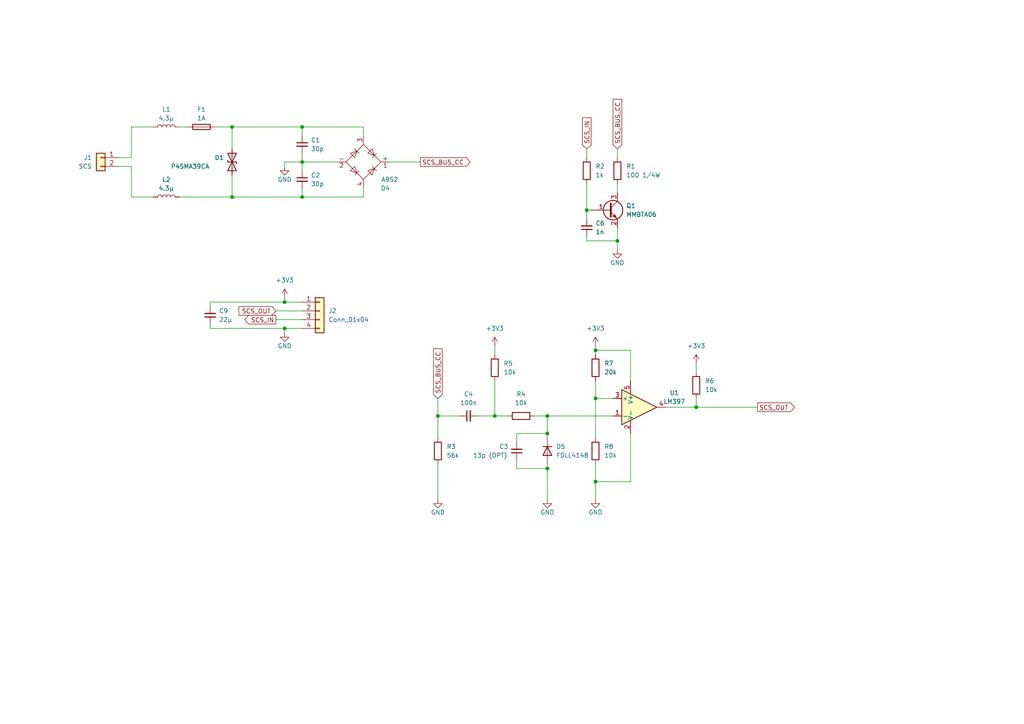
<source format=kicad_sch>
(kicad_sch (version 20230121) (generator eeschema)

  (uuid cdd65be1-84fc-4ecc-b33a-042f5b035d81)

  (paper "A4")

  (lib_symbols
    (symbol "Comparator:LM397" (pin_names (offset 0.127)) (in_bom yes) (on_board yes)
      (property "Reference" "U" (at 1.27 5.08 0)
        (effects (font (size 1.27 1.27)))
      )
      (property "Value" "LM397" (at 3.81 -5.08 0)
        (effects (font (size 1.27 1.27)))
      )
      (property "Footprint" "Package_TO_SOT_SMD:SOT-23-5" (at 1.27 -15.24 0)
        (effects (font (size 1.27 1.27)) hide)
      )
      (property "Datasheet" "http://www.ti.com/lit/ds/symlink/lm397.pdf" (at 0 5.08 0)
        (effects (font (size 1.27 1.27)) hide)
      )
      (property "ki_keywords" "single comparator" (at 0 0 0)
        (effects (font (size 1.27 1.27)) hide)
      )
      (property "ki_description" "Single General-Purpose Voltage Comparator with Open-Collector Output, SOT-23-5" (at 0 0 0)
        (effects (font (size 1.27 1.27)) hide)
      )
      (property "ki_fp_filters" "SOT?23*" (at 0 0 0)
        (effects (font (size 1.27 1.27)) hide)
      )
      (symbol "LM397_0_1"
        (polyline
          (pts
            (xy -5.08 5.08)
            (xy 5.08 0)
            (xy -5.08 -5.08)
            (xy -5.08 5.08)
          )
          (stroke (width 0.254) (type default))
          (fill (type background))
        )
      )
      (symbol "LM397_1_1"
        (pin input line (at -7.62 -2.54 0) (length 2.54)
          (name "-" (effects (font (size 1.27 1.27))))
          (number "1" (effects (font (size 1.27 1.27))))
        )
        (pin power_in line (at -2.54 -7.62 90) (length 3.81)
          (name "V-" (effects (font (size 1.27 1.27))))
          (number "2" (effects (font (size 1.27 1.27))))
        )
        (pin input line (at -7.62 2.54 0) (length 2.54)
          (name "+" (effects (font (size 1.27 1.27))))
          (number "3" (effects (font (size 1.27 1.27))))
        )
        (pin open_collector line (at 7.62 0 180) (length 2.54)
          (name "~" (effects (font (size 1.27 1.27))))
          (number "4" (effects (font (size 1.27 1.27))))
        )
        (pin power_in line (at -2.54 7.62 270) (length 3.81)
          (name "V+" (effects (font (size 1.27 1.27))))
          (number "5" (effects (font (size 1.27 1.27))))
        )
      )
    )
    (symbol "Connector_Generic:Conn_01x02" (pin_names (offset 1.016) hide) (in_bom yes) (on_board yes)
      (property "Reference" "J" (at 0 2.54 0)
        (effects (font (size 1.27 1.27)))
      )
      (property "Value" "Conn_01x02" (at 0 -5.08 0)
        (effects (font (size 1.27 1.27)))
      )
      (property "Footprint" "" (at 0 0 0)
        (effects (font (size 1.27 1.27)) hide)
      )
      (property "Datasheet" "~" (at 0 0 0)
        (effects (font (size 1.27 1.27)) hide)
      )
      (property "ki_keywords" "connector" (at 0 0 0)
        (effects (font (size 1.27 1.27)) hide)
      )
      (property "ki_description" "Generic connector, single row, 01x02, script generated (kicad-library-utils/schlib/autogen/connector/)" (at 0 0 0)
        (effects (font (size 1.27 1.27)) hide)
      )
      (property "ki_fp_filters" "Connector*:*_1x??_*" (at 0 0 0)
        (effects (font (size 1.27 1.27)) hide)
      )
      (symbol "Conn_01x02_1_1"
        (rectangle (start -1.27 -2.413) (end 0 -2.667)
          (stroke (width 0.1524) (type default))
          (fill (type none))
        )
        (rectangle (start -1.27 0.127) (end 0 -0.127)
          (stroke (width 0.1524) (type default))
          (fill (type none))
        )
        (rectangle (start -1.27 1.27) (end 1.27 -3.81)
          (stroke (width 0.254) (type default))
          (fill (type background))
        )
        (pin passive line (at -5.08 0 0) (length 3.81)
          (name "Pin_1" (effects (font (size 1.27 1.27))))
          (number "1" (effects (font (size 1.27 1.27))))
        )
        (pin passive line (at -5.08 -2.54 0) (length 3.81)
          (name "Pin_2" (effects (font (size 1.27 1.27))))
          (number "2" (effects (font (size 1.27 1.27))))
        )
      )
    )
    (symbol "Connector_Generic:Conn_01x04" (pin_names (offset 1.016) hide) (in_bom yes) (on_board yes)
      (property "Reference" "J" (at 0 5.08 0)
        (effects (font (size 1.27 1.27)))
      )
      (property "Value" "Conn_01x04" (at 0 -7.62 0)
        (effects (font (size 1.27 1.27)))
      )
      (property "Footprint" "" (at 0 0 0)
        (effects (font (size 1.27 1.27)) hide)
      )
      (property "Datasheet" "~" (at 0 0 0)
        (effects (font (size 1.27 1.27)) hide)
      )
      (property "ki_keywords" "connector" (at 0 0 0)
        (effects (font (size 1.27 1.27)) hide)
      )
      (property "ki_description" "Generic connector, single row, 01x04, script generated (kicad-library-utils/schlib/autogen/connector/)" (at 0 0 0)
        (effects (font (size 1.27 1.27)) hide)
      )
      (property "ki_fp_filters" "Connector*:*_1x??_*" (at 0 0 0)
        (effects (font (size 1.27 1.27)) hide)
      )
      (symbol "Conn_01x04_1_1"
        (rectangle (start -1.27 -4.953) (end 0 -5.207)
          (stroke (width 0.1524) (type default))
          (fill (type none))
        )
        (rectangle (start -1.27 -2.413) (end 0 -2.667)
          (stroke (width 0.1524) (type default))
          (fill (type none))
        )
        (rectangle (start -1.27 0.127) (end 0 -0.127)
          (stroke (width 0.1524) (type default))
          (fill (type none))
        )
        (rectangle (start -1.27 2.667) (end 0 2.413)
          (stroke (width 0.1524) (type default))
          (fill (type none))
        )
        (rectangle (start -1.27 3.81) (end 1.27 -6.35)
          (stroke (width 0.254) (type default))
          (fill (type background))
        )
        (pin passive line (at -5.08 2.54 0) (length 3.81)
          (name "Pin_1" (effects (font (size 1.27 1.27))))
          (number "1" (effects (font (size 1.27 1.27))))
        )
        (pin passive line (at -5.08 0 0) (length 3.81)
          (name "Pin_2" (effects (font (size 1.27 1.27))))
          (number "2" (effects (font (size 1.27 1.27))))
        )
        (pin passive line (at -5.08 -2.54 0) (length 3.81)
          (name "Pin_3" (effects (font (size 1.27 1.27))))
          (number "3" (effects (font (size 1.27 1.27))))
        )
        (pin passive line (at -5.08 -5.08 0) (length 3.81)
          (name "Pin_4" (effects (font (size 1.27 1.27))))
          (number "4" (effects (font (size 1.27 1.27))))
        )
      )
    )
    (symbol "Device:C_Small" (pin_numbers hide) (pin_names (offset 0.254) hide) (in_bom yes) (on_board yes)
      (property "Reference" "C" (at 0.254 1.778 0)
        (effects (font (size 1.27 1.27)) (justify left))
      )
      (property "Value" "C_Small" (at 0.254 -2.032 0)
        (effects (font (size 1.27 1.27)) (justify left))
      )
      (property "Footprint" "" (at 0 0 0)
        (effects (font (size 1.27 1.27)) hide)
      )
      (property "Datasheet" "~" (at 0 0 0)
        (effects (font (size 1.27 1.27)) hide)
      )
      (property "ki_keywords" "capacitor cap" (at 0 0 0)
        (effects (font (size 1.27 1.27)) hide)
      )
      (property "ki_description" "Unpolarized capacitor, small symbol" (at 0 0 0)
        (effects (font (size 1.27 1.27)) hide)
      )
      (property "ki_fp_filters" "C_*" (at 0 0 0)
        (effects (font (size 1.27 1.27)) hide)
      )
      (symbol "C_Small_0_1"
        (polyline
          (pts
            (xy -1.524 -0.508)
            (xy 1.524 -0.508)
          )
          (stroke (width 0.3302) (type default))
          (fill (type none))
        )
        (polyline
          (pts
            (xy -1.524 0.508)
            (xy 1.524 0.508)
          )
          (stroke (width 0.3048) (type default))
          (fill (type none))
        )
      )
      (symbol "C_Small_1_1"
        (pin passive line (at 0 2.54 270) (length 2.032)
          (name "~" (effects (font (size 1.27 1.27))))
          (number "1" (effects (font (size 1.27 1.27))))
        )
        (pin passive line (at 0 -2.54 90) (length 2.032)
          (name "~" (effects (font (size 1.27 1.27))))
          (number "2" (effects (font (size 1.27 1.27))))
        )
      )
    )
    (symbol "Device:D_TVS" (pin_numbers hide) (pin_names (offset 1.016) hide) (in_bom yes) (on_board yes)
      (property "Reference" "D" (at 0 2.54 0)
        (effects (font (size 1.27 1.27)))
      )
      (property "Value" "D_TVS" (at 0 -2.54 0)
        (effects (font (size 1.27 1.27)))
      )
      (property "Footprint" "" (at 0 0 0)
        (effects (font (size 1.27 1.27)) hide)
      )
      (property "Datasheet" "~" (at 0 0 0)
        (effects (font (size 1.27 1.27)) hide)
      )
      (property "ki_keywords" "diode TVS thyrector" (at 0 0 0)
        (effects (font (size 1.27 1.27)) hide)
      )
      (property "ki_description" "Bidirectional transient-voltage-suppression diode" (at 0 0 0)
        (effects (font (size 1.27 1.27)) hide)
      )
      (property "ki_fp_filters" "TO-???* *_Diode_* *SingleDiode* D_*" (at 0 0 0)
        (effects (font (size 1.27 1.27)) hide)
      )
      (symbol "D_TVS_0_1"
        (polyline
          (pts
            (xy 1.27 0)
            (xy -1.27 0)
          )
          (stroke (width 0) (type default))
          (fill (type none))
        )
        (polyline
          (pts
            (xy 0.508 1.27)
            (xy 0 1.27)
            (xy 0 -1.27)
            (xy -0.508 -1.27)
          )
          (stroke (width 0.254) (type default))
          (fill (type none))
        )
        (polyline
          (pts
            (xy -2.54 1.27)
            (xy -2.54 -1.27)
            (xy 2.54 1.27)
            (xy 2.54 -1.27)
            (xy -2.54 1.27)
          )
          (stroke (width 0.254) (type default))
          (fill (type none))
        )
      )
      (symbol "D_TVS_1_1"
        (pin passive line (at -3.81 0 0) (length 2.54)
          (name "A1" (effects (font (size 1.27 1.27))))
          (number "1" (effects (font (size 1.27 1.27))))
        )
        (pin passive line (at 3.81 0 180) (length 2.54)
          (name "A2" (effects (font (size 1.27 1.27))))
          (number "2" (effects (font (size 1.27 1.27))))
        )
      )
    )
    (symbol "Device:Fuse" (pin_numbers hide) (pin_names (offset 0)) (in_bom yes) (on_board yes)
      (property "Reference" "F" (at 2.032 0 90)
        (effects (font (size 1.27 1.27)))
      )
      (property "Value" "Fuse" (at -1.905 0 90)
        (effects (font (size 1.27 1.27)))
      )
      (property "Footprint" "" (at -1.778 0 90)
        (effects (font (size 1.27 1.27)) hide)
      )
      (property "Datasheet" "~" (at 0 0 0)
        (effects (font (size 1.27 1.27)) hide)
      )
      (property "ki_keywords" "fuse" (at 0 0 0)
        (effects (font (size 1.27 1.27)) hide)
      )
      (property "ki_description" "Fuse" (at 0 0 0)
        (effects (font (size 1.27 1.27)) hide)
      )
      (property "ki_fp_filters" "*Fuse*" (at 0 0 0)
        (effects (font (size 1.27 1.27)) hide)
      )
      (symbol "Fuse_0_1"
        (rectangle (start -0.762 -2.54) (end 0.762 2.54)
          (stroke (width 0.254) (type default))
          (fill (type none))
        )
        (polyline
          (pts
            (xy 0 2.54)
            (xy 0 -2.54)
          )
          (stroke (width 0) (type default))
          (fill (type none))
        )
      )
      (symbol "Fuse_1_1"
        (pin passive line (at 0 3.81 270) (length 1.27)
          (name "~" (effects (font (size 1.27 1.27))))
          (number "1" (effects (font (size 1.27 1.27))))
        )
        (pin passive line (at 0 -3.81 90) (length 1.27)
          (name "~" (effects (font (size 1.27 1.27))))
          (number "2" (effects (font (size 1.27 1.27))))
        )
      )
    )
    (symbol "Device:L" (pin_numbers hide) (pin_names (offset 1.016) hide) (in_bom yes) (on_board yes)
      (property "Reference" "L" (at -1.27 0 90)
        (effects (font (size 1.27 1.27)))
      )
      (property "Value" "L" (at 1.905 0 90)
        (effects (font (size 1.27 1.27)))
      )
      (property "Footprint" "" (at 0 0 0)
        (effects (font (size 1.27 1.27)) hide)
      )
      (property "Datasheet" "~" (at 0 0 0)
        (effects (font (size 1.27 1.27)) hide)
      )
      (property "ki_keywords" "inductor choke coil reactor magnetic" (at 0 0 0)
        (effects (font (size 1.27 1.27)) hide)
      )
      (property "ki_description" "Inductor" (at 0 0 0)
        (effects (font (size 1.27 1.27)) hide)
      )
      (property "ki_fp_filters" "Choke_* *Coil* Inductor_* L_*" (at 0 0 0)
        (effects (font (size 1.27 1.27)) hide)
      )
      (symbol "L_0_1"
        (arc (start 0 -2.54) (mid 0.6323 -1.905) (end 0 -1.27)
          (stroke (width 0) (type default))
          (fill (type none))
        )
        (arc (start 0 -1.27) (mid 0.6323 -0.635) (end 0 0)
          (stroke (width 0) (type default))
          (fill (type none))
        )
        (arc (start 0 0) (mid 0.6323 0.635) (end 0 1.27)
          (stroke (width 0) (type default))
          (fill (type none))
        )
        (arc (start 0 1.27) (mid 0.6323 1.905) (end 0 2.54)
          (stroke (width 0) (type default))
          (fill (type none))
        )
      )
      (symbol "L_1_1"
        (pin passive line (at 0 3.81 270) (length 1.27)
          (name "1" (effects (font (size 1.27 1.27))))
          (number "1" (effects (font (size 1.27 1.27))))
        )
        (pin passive line (at 0 -3.81 90) (length 1.27)
          (name "2" (effects (font (size 1.27 1.27))))
          (number "2" (effects (font (size 1.27 1.27))))
        )
      )
    )
    (symbol "Device:R" (pin_numbers hide) (pin_names (offset 0)) (in_bom yes) (on_board yes)
      (property "Reference" "R" (at 2.032 0 90)
        (effects (font (size 1.27 1.27)))
      )
      (property "Value" "R" (at 0 0 90)
        (effects (font (size 1.27 1.27)))
      )
      (property "Footprint" "" (at -1.778 0 90)
        (effects (font (size 1.27 1.27)) hide)
      )
      (property "Datasheet" "~" (at 0 0 0)
        (effects (font (size 1.27 1.27)) hide)
      )
      (property "ki_keywords" "R res resistor" (at 0 0 0)
        (effects (font (size 1.27 1.27)) hide)
      )
      (property "ki_description" "Resistor" (at 0 0 0)
        (effects (font (size 1.27 1.27)) hide)
      )
      (property "ki_fp_filters" "R_*" (at 0 0 0)
        (effects (font (size 1.27 1.27)) hide)
      )
      (symbol "R_0_1"
        (rectangle (start -1.016 -2.54) (end 1.016 2.54)
          (stroke (width 0.254) (type default))
          (fill (type none))
        )
      )
      (symbol "R_1_1"
        (pin passive line (at 0 3.81 270) (length 1.27)
          (name "~" (effects (font (size 1.27 1.27))))
          (number "1" (effects (font (size 1.27 1.27))))
        )
        (pin passive line (at 0 -3.81 90) (length 1.27)
          (name "~" (effects (font (size 1.27 1.27))))
          (number "2" (effects (font (size 1.27 1.27))))
        )
      )
    )
    (symbol "Diode:1N4001" (pin_numbers hide) (pin_names hide) (in_bom yes) (on_board yes)
      (property "Reference" "D" (at 0 2.54 0)
        (effects (font (size 1.27 1.27)))
      )
      (property "Value" "1N4001" (at 0 -2.54 0)
        (effects (font (size 1.27 1.27)))
      )
      (property "Footprint" "Diode_THT:D_DO-41_SOD81_P10.16mm_Horizontal" (at 0 0 0)
        (effects (font (size 1.27 1.27)) hide)
      )
      (property "Datasheet" "http://www.vishay.com/docs/88503/1n4001.pdf" (at 0 0 0)
        (effects (font (size 1.27 1.27)) hide)
      )
      (property "Sim.Device" "D" (at 0 0 0)
        (effects (font (size 1.27 1.27)) hide)
      )
      (property "Sim.Pins" "1=K 2=A" (at 0 0 0)
        (effects (font (size 1.27 1.27)) hide)
      )
      (property "ki_keywords" "diode" (at 0 0 0)
        (effects (font (size 1.27 1.27)) hide)
      )
      (property "ki_description" "50V 1A General Purpose Rectifier Diode, DO-41" (at 0 0 0)
        (effects (font (size 1.27 1.27)) hide)
      )
      (property "ki_fp_filters" "D*DO?41*" (at 0 0 0)
        (effects (font (size 1.27 1.27)) hide)
      )
      (symbol "1N4001_0_1"
        (polyline
          (pts
            (xy -1.27 1.27)
            (xy -1.27 -1.27)
          )
          (stroke (width 0.254) (type default))
          (fill (type none))
        )
        (polyline
          (pts
            (xy 1.27 0)
            (xy -1.27 0)
          )
          (stroke (width 0) (type default))
          (fill (type none))
        )
        (polyline
          (pts
            (xy 1.27 1.27)
            (xy 1.27 -1.27)
            (xy -1.27 0)
            (xy 1.27 1.27)
          )
          (stroke (width 0.254) (type default))
          (fill (type none))
        )
      )
      (symbol "1N4001_1_1"
        (pin passive line (at -3.81 0 0) (length 2.54)
          (name "K" (effects (font (size 1.27 1.27))))
          (number "1" (effects (font (size 1.27 1.27))))
        )
        (pin passive line (at 3.81 0 180) (length 2.54)
          (name "A" (effects (font (size 1.27 1.27))))
          (number "2" (effects (font (size 1.27 1.27))))
        )
      )
    )
    (symbol "Diode_Bridge:ABS2" (pin_names (offset 0)) (in_bom yes) (on_board yes)
      (property "Reference" "D" (at 2.54 6.985 0)
        (effects (font (size 1.27 1.27)) (justify left))
      )
      (property "Value" "ABS2" (at 2.54 5.08 0)
        (effects (font (size 1.27 1.27)) (justify left))
      )
      (property "Footprint" "Diode_SMD:Diode_Bridge_Diotec_ABS" (at 3.81 3.175 0)
        (effects (font (size 1.27 1.27)) (justify left) hide)
      )
      (property "Datasheet" "https://diotec.com/tl_files/diotec/files/pdf/datasheets/abs2.pdf" (at 0 0 0)
        (effects (font (size 1.27 1.27)) hide)
      )
      (property "ki_keywords" "rectifier acdc" (at 0 0 0)
        (effects (font (size 1.27 1.27)) hide)
      )
      (property "ki_description" "Miniature Glass Passivated Single-Phase Surface Mount Bridge Rectifiers, 140V Vrms, 0.8A If, ABS SMD package" (at 0 0 0)
        (effects (font (size 1.27 1.27)) hide)
      )
      (property "ki_fp_filters" "Diode*Bridge*Diotec*ABS*" (at 0 0 0)
        (effects (font (size 1.27 1.27)) hide)
      )
      (symbol "ABS2_0_1"
        (polyline
          (pts
            (xy -2.54 3.81)
            (xy -1.27 2.54)
          )
          (stroke (width 0) (type default))
          (fill (type none))
        )
        (polyline
          (pts
            (xy -1.27 -2.54)
            (xy -2.54 -3.81)
          )
          (stroke (width 0) (type default))
          (fill (type none))
        )
        (polyline
          (pts
            (xy 2.54 -1.27)
            (xy 3.81 -2.54)
          )
          (stroke (width 0) (type default))
          (fill (type none))
        )
        (polyline
          (pts
            (xy 2.54 1.27)
            (xy 3.81 2.54)
          )
          (stroke (width 0) (type default))
          (fill (type none))
        )
        (polyline
          (pts
            (xy -3.81 2.54)
            (xy -2.54 1.27)
            (xy -1.905 3.175)
            (xy -3.81 2.54)
          )
          (stroke (width 0) (type default))
          (fill (type none))
        )
        (polyline
          (pts
            (xy -2.54 -1.27)
            (xy -3.81 -2.54)
            (xy -1.905 -3.175)
            (xy -2.54 -1.27)
          )
          (stroke (width 0) (type default))
          (fill (type none))
        )
        (polyline
          (pts
            (xy 1.27 2.54)
            (xy 2.54 3.81)
            (xy 3.175 1.905)
            (xy 1.27 2.54)
          )
          (stroke (width 0) (type default))
          (fill (type none))
        )
        (polyline
          (pts
            (xy 3.175 -1.905)
            (xy 1.27 -2.54)
            (xy 2.54 -3.81)
            (xy 3.175 -1.905)
          )
          (stroke (width 0) (type default))
          (fill (type none))
        )
        (polyline
          (pts
            (xy -5.08 0)
            (xy 0 -5.08)
            (xy 5.08 0)
            (xy 0 5.08)
            (xy -5.08 0)
          )
          (stroke (width 0) (type default))
          (fill (type none))
        )
      )
      (symbol "ABS2_1_1"
        (pin passive line (at 7.62 0 180) (length 2.54)
          (name "+" (effects (font (size 1.27 1.27))))
          (number "1" (effects (font (size 1.27 1.27))))
        )
        (pin passive line (at -7.62 0 0) (length 2.54)
          (name "-" (effects (font (size 1.27 1.27))))
          (number "2" (effects (font (size 1.27 1.27))))
        )
        (pin passive line (at 0 -7.62 90) (length 2.54)
          (name "~" (effects (font (size 1.27 1.27))))
          (number "3" (effects (font (size 1.27 1.27))))
        )
        (pin passive line (at 0 7.62 270) (length 2.54)
          (name "~" (effects (font (size 1.27 1.27))))
          (number "4" (effects (font (size 1.27 1.27))))
        )
      )
    )
    (symbol "Transistor_BJT:2SC4213" (pin_names (offset 0) hide) (in_bom yes) (on_board yes)
      (property "Reference" "Q" (at 5.08 1.905 0)
        (effects (font (size 1.27 1.27)) (justify left))
      )
      (property "Value" "2SC4213" (at 5.08 0 0)
        (effects (font (size 1.27 1.27)) (justify left))
      )
      (property "Footprint" "Package_TO_SOT_SMD:SOT-323_SC-70" (at 5.08 -1.905 0)
        (effects (font (size 1.27 1.27) italic) (justify left) hide)
      )
      (property "Datasheet" "https://toshiba.semicon-storage.com/info/docget.jsp?did=19305&prodName=2SC4213" (at 0 0 0)
        (effects (font (size 1.27 1.27)) (justify left) hide)
      )
      (property "ki_keywords" "NPN Transistor" (at 0 0 0)
        (effects (font (size 1.27 1.27)) hide)
      )
      (property "ki_description" "0.3A Ic, 20V Vce, NPN Transistor, For Muting and Switching, SOT-323" (at 0 0 0)
        (effects (font (size 1.27 1.27)) hide)
      )
      (property "ki_fp_filters" "SOT?323*" (at 0 0 0)
        (effects (font (size 1.27 1.27)) hide)
      )
      (symbol "2SC4213_0_1"
        (polyline
          (pts
            (xy 0.635 0.635)
            (xy 2.54 2.54)
          )
          (stroke (width 0) (type default))
          (fill (type none))
        )
        (polyline
          (pts
            (xy 0.635 -0.635)
            (xy 2.54 -2.54)
            (xy 2.54 -2.54)
          )
          (stroke (width 0) (type default))
          (fill (type none))
        )
        (polyline
          (pts
            (xy 0.635 1.905)
            (xy 0.635 -1.905)
            (xy 0.635 -1.905)
          )
          (stroke (width 0.508) (type default))
          (fill (type none))
        )
        (polyline
          (pts
            (xy 1.27 -1.778)
            (xy 1.778 -1.27)
            (xy 2.286 -2.286)
            (xy 1.27 -1.778)
            (xy 1.27 -1.778)
          )
          (stroke (width 0) (type default))
          (fill (type outline))
        )
        (circle (center 1.27 0) (radius 2.8194)
          (stroke (width 0.254) (type default))
          (fill (type none))
        )
      )
      (symbol "2SC4213_1_1"
        (pin input line (at -5.08 0 0) (length 5.715)
          (name "B" (effects (font (size 1.27 1.27))))
          (number "1" (effects (font (size 1.27 1.27))))
        )
        (pin passive line (at 2.54 -5.08 90) (length 2.54)
          (name "E" (effects (font (size 1.27 1.27))))
          (number "2" (effects (font (size 1.27 1.27))))
        )
        (pin passive line (at 2.54 5.08 270) (length 2.54)
          (name "C" (effects (font (size 1.27 1.27))))
          (number "3" (effects (font (size 1.27 1.27))))
        )
      )
    )
    (symbol "power:+3V3" (power) (pin_names (offset 0)) (in_bom yes) (on_board yes)
      (property "Reference" "#PWR" (at 0 -3.81 0)
        (effects (font (size 1.27 1.27)) hide)
      )
      (property "Value" "+3V3" (at 0 3.556 0)
        (effects (font (size 1.27 1.27)))
      )
      (property "Footprint" "" (at 0 0 0)
        (effects (font (size 1.27 1.27)) hide)
      )
      (property "Datasheet" "" (at 0 0 0)
        (effects (font (size 1.27 1.27)) hide)
      )
      (property "ki_keywords" "global power" (at 0 0 0)
        (effects (font (size 1.27 1.27)) hide)
      )
      (property "ki_description" "Power symbol creates a global label with name \"+3V3\"" (at 0 0 0)
        (effects (font (size 1.27 1.27)) hide)
      )
      (symbol "+3V3_0_1"
        (polyline
          (pts
            (xy -0.762 1.27)
            (xy 0 2.54)
          )
          (stroke (width 0) (type default))
          (fill (type none))
        )
        (polyline
          (pts
            (xy 0 0)
            (xy 0 2.54)
          )
          (stroke (width 0) (type default))
          (fill (type none))
        )
        (polyline
          (pts
            (xy 0 2.54)
            (xy 0.762 1.27)
          )
          (stroke (width 0) (type default))
          (fill (type none))
        )
      )
      (symbol "+3V3_1_1"
        (pin power_in line (at 0 0 90) (length 0) hide
          (name "+3V3" (effects (font (size 1.27 1.27))))
          (number "1" (effects (font (size 1.27 1.27))))
        )
      )
    )
    (symbol "power:GND" (power) (pin_names (offset 0)) (in_bom yes) (on_board yes)
      (property "Reference" "#PWR" (at 0 -6.35 0)
        (effects (font (size 1.27 1.27)) hide)
      )
      (property "Value" "GND" (at 0 -3.81 0)
        (effects (font (size 1.27 1.27)))
      )
      (property "Footprint" "" (at 0 0 0)
        (effects (font (size 1.27 1.27)) hide)
      )
      (property "Datasheet" "" (at 0 0 0)
        (effects (font (size 1.27 1.27)) hide)
      )
      (property "ki_keywords" "global power" (at 0 0 0)
        (effects (font (size 1.27 1.27)) hide)
      )
      (property "ki_description" "Power symbol creates a global label with name \"GND\" , ground" (at 0 0 0)
        (effects (font (size 1.27 1.27)) hide)
      )
      (symbol "GND_0_1"
        (polyline
          (pts
            (xy 0 0)
            (xy 0 -1.27)
            (xy 1.27 -1.27)
            (xy 0 -2.54)
            (xy -1.27 -1.27)
            (xy 0 -1.27)
          )
          (stroke (width 0) (type default))
          (fill (type none))
        )
      )
      (symbol "GND_1_1"
        (pin power_in line (at 0 0 270) (length 0) hide
          (name "GND" (effects (font (size 1.27 1.27))))
          (number "1" (effects (font (size 1.27 1.27))))
        )
      )
    )
  )

  (junction (at 158.75 125.73) (diameter 0) (color 0 0 0 0)
    (uuid 369875ab-e1c3-4bea-a051-cf514d399299)
  )
  (junction (at 87.63 57.15) (diameter 0) (color 0 0 0 0)
    (uuid 423f2f57-a755-4e7d-a657-985ae8785018)
  )
  (junction (at 170.18 60.96) (diameter 0) (color 0 0 0 0)
    (uuid 514793ec-83e4-4a6a-913e-7643b7cd5c11)
  )
  (junction (at 67.31 57.15) (diameter 0) (color 0 0 0 0)
    (uuid 61a50e1f-605a-47f1-886e-cd2a7a6a92b9)
  )
  (junction (at 87.63 46.99) (diameter 0) (color 0 0 0 0)
    (uuid 64ed4334-8c14-4faa-bc18-d20fd899020b)
  )
  (junction (at 179.07 69.85) (diameter 0) (color 0 0 0 0)
    (uuid 6d32752c-8eff-4b32-87f0-4f0f34798dbd)
  )
  (junction (at 172.72 139.7) (diameter 0) (color 0 0 0 0)
    (uuid 7cd935d0-7a85-4281-9858-e65a484e2948)
  )
  (junction (at 87.63 36.83) (diameter 0) (color 0 0 0 0)
    (uuid 85182452-6138-4d5c-88b2-110ea8a128ab)
  )
  (junction (at 82.55 87.63) (diameter 0) (color 0 0 0 0)
    (uuid 8635b8f9-b5af-4e36-832c-82d111d88d6a)
  )
  (junction (at 201.93 118.11) (diameter 0) (color 0 0 0 0)
    (uuid 877eeb00-2e84-41d6-9595-82d09b99e89c)
  )
  (junction (at 172.72 101.6) (diameter 0) (color 0 0 0 0)
    (uuid a1e56808-c966-45a8-8331-1ec49296a109)
  )
  (junction (at 127 120.65) (diameter 0) (color 0 0 0 0)
    (uuid a284e9ed-f906-4d07-a7e6-64b624c4eb38)
  )
  (junction (at 67.31 36.83) (diameter 0) (color 0 0 0 0)
    (uuid a74b91d2-75c1-48b9-bd7c-bc4c7a1b32aa)
  )
  (junction (at 158.75 120.65) (diameter 0) (color 0 0 0 0)
    (uuid ebebe409-05a2-4224-aa9a-f21984c9b569)
  )
  (junction (at 82.55 95.25) (diameter 0) (color 0 0 0 0)
    (uuid eed16da1-426a-43d0-a0d4-41ac1ccd04dd)
  )
  (junction (at 158.75 135.89) (diameter 0) (color 0 0 0 0)
    (uuid f4ec8a0f-bb17-4209-bd70-63d73ef33393)
  )
  (junction (at 172.72 115.57) (diameter 0) (color 0 0 0 0)
    (uuid fe177c91-8f42-44ab-8fac-8fb8988e22b0)
  )
  (junction (at 143.51 120.65) (diameter 0) (color 0 0 0 0)
    (uuid ffea1d79-2e73-45f6-83d8-06a126d89b24)
  )

  (wire (pts (xy 127 115.57) (xy 127 120.65))
    (stroke (width 0) (type default))
    (uuid 0ee814db-191b-4856-aa6b-5758dece8cf3)
  )
  (wire (pts (xy 201.93 118.11) (xy 219.71 118.11))
    (stroke (width 0) (type default))
    (uuid 0ef5459f-2a9d-4701-bb15-f7fc663742ac)
  )
  (wire (pts (xy 201.93 105.41) (xy 201.93 107.95))
    (stroke (width 0) (type default))
    (uuid 0fb851c1-ed4e-4c5b-b15b-6447af6ca57b)
  )
  (wire (pts (xy 62.23 36.83) (xy 67.31 36.83))
    (stroke (width 0) (type default))
    (uuid 0fdda02e-083e-4c9a-8c37-a617b29be3e2)
  )
  (wire (pts (xy 105.41 57.15) (xy 105.41 54.61))
    (stroke (width 0) (type default))
    (uuid 1037ea38-5dba-4b06-b107-8ed663c09965)
  )
  (wire (pts (xy 87.63 46.99) (xy 87.63 49.53))
    (stroke (width 0) (type default))
    (uuid 143db918-b3e4-480e-890d-6b4658e1c1e4)
  )
  (wire (pts (xy 201.93 115.57) (xy 201.93 118.11))
    (stroke (width 0) (type default))
    (uuid 19cc79d4-3221-443e-857c-d46fe27061f1)
  )
  (wire (pts (xy 149.86 125.73) (xy 158.75 125.73))
    (stroke (width 0) (type default))
    (uuid 1d5be8b2-cf77-4fa7-aa12-add5144c31d2)
  )
  (wire (pts (xy 67.31 50.8) (xy 67.31 57.15))
    (stroke (width 0) (type default))
    (uuid 1df57e4a-b63e-4997-a0a4-6d21affaeda3)
  )
  (wire (pts (xy 143.51 120.65) (xy 147.32 120.65))
    (stroke (width 0) (type default))
    (uuid 1f8164e2-5908-4346-9fee-60fb31b21ddc)
  )
  (wire (pts (xy 87.63 39.37) (xy 87.63 36.83))
    (stroke (width 0) (type default))
    (uuid 21083c86-7d6a-4e12-8964-dc84f4337cd2)
  )
  (wire (pts (xy 154.94 120.65) (xy 158.75 120.65))
    (stroke (width 0) (type default))
    (uuid 24318e2a-acef-4278-9a3d-03b002dfdff9)
  )
  (wire (pts (xy 82.55 46.99) (xy 82.55 48.26))
    (stroke (width 0) (type default))
    (uuid 26d34048-0a07-4c4a-bbd6-ff0b735130dc)
  )
  (wire (pts (xy 179.07 66.04) (xy 179.07 69.85))
    (stroke (width 0) (type default))
    (uuid 26f07a9f-c492-4dfe-a01b-7055c8784888)
  )
  (wire (pts (xy 87.63 36.83) (xy 67.31 36.83))
    (stroke (width 0) (type default))
    (uuid 278512e5-4004-4ba1-9bd7-fbcadf73e31b)
  )
  (wire (pts (xy 158.75 135.89) (xy 158.75 144.78))
    (stroke (width 0) (type default))
    (uuid 2e003304-7867-4470-aa62-4ec2c6bffeae)
  )
  (wire (pts (xy 172.72 100.33) (xy 172.72 101.6))
    (stroke (width 0) (type default))
    (uuid 2f956b4d-e082-4f14-bbca-c17d7d0f50c4)
  )
  (wire (pts (xy 38.1 48.26) (xy 38.1 57.15))
    (stroke (width 0) (type default))
    (uuid 308b9283-70a2-4763-8402-ef9d5299a8b7)
  )
  (wire (pts (xy 138.43 120.65) (xy 143.51 120.65))
    (stroke (width 0) (type default))
    (uuid 30c5b2d2-95da-42fc-9d5c-30ce28c788a1)
  )
  (wire (pts (xy 113.03 46.99) (xy 121.92 46.99))
    (stroke (width 0) (type default))
    (uuid 31710735-c0ee-4e77-a6a2-61e8c23ce19e)
  )
  (wire (pts (xy 60.96 93.98) (xy 60.96 95.25))
    (stroke (width 0) (type default))
    (uuid 35b36e6f-dda4-4b35-951e-48aa5bc47bbd)
  )
  (wire (pts (xy 67.31 36.83) (xy 67.31 43.18))
    (stroke (width 0) (type default))
    (uuid 3d43c002-5464-4c06-9293-caea1497e7ae)
  )
  (wire (pts (xy 82.55 46.99) (xy 87.63 46.99))
    (stroke (width 0) (type default))
    (uuid 49938843-26fa-43d5-9870-c237047c63ec)
  )
  (wire (pts (xy 60.96 88.9) (xy 60.96 87.63))
    (stroke (width 0) (type default))
    (uuid 4b1db5e7-7047-42ab-96c0-2822e6a988f9)
  )
  (wire (pts (xy 87.63 36.83) (xy 105.41 36.83))
    (stroke (width 0) (type default))
    (uuid 5368799a-c8f2-45c6-8845-dbddb6122bc3)
  )
  (wire (pts (xy 172.72 101.6) (xy 172.72 102.87))
    (stroke (width 0) (type default))
    (uuid 5d66f1b4-8fa0-4c20-b5f3-5e83bcf3682d)
  )
  (wire (pts (xy 87.63 57.15) (xy 105.41 57.15))
    (stroke (width 0) (type default))
    (uuid 61dd1f72-1001-4af7-a339-5395982b3e4d)
  )
  (wire (pts (xy 170.18 60.96) (xy 170.18 53.34))
    (stroke (width 0) (type default))
    (uuid 65b88db0-c8e6-45b4-8b9f-b81763bbd5bc)
  )
  (wire (pts (xy 158.75 134.62) (xy 158.75 135.89))
    (stroke (width 0) (type default))
    (uuid 722c09f8-8227-4512-a84d-474c1e45874c)
  )
  (wire (pts (xy 172.72 134.62) (xy 172.72 139.7))
    (stroke (width 0) (type default))
    (uuid 7374fdcd-fa12-487c-a11d-cfa9735cb32b)
  )
  (wire (pts (xy 34.29 45.72) (xy 38.1 45.72))
    (stroke (width 0) (type default))
    (uuid 78a2e6a4-3780-4ad3-a647-82e18027e491)
  )
  (wire (pts (xy 80.01 92.71) (xy 87.63 92.71))
    (stroke (width 0) (type default))
    (uuid 79781570-dd94-49a0-b929-a3549d37503d)
  )
  (wire (pts (xy 149.86 133.35) (xy 149.86 135.89))
    (stroke (width 0) (type default))
    (uuid 79b08c8c-9b7e-4995-8b6f-37e3ecba23a1)
  )
  (wire (pts (xy 170.18 69.85) (xy 179.07 69.85))
    (stroke (width 0) (type default))
    (uuid 7bf2a51c-f375-4248-805b-de5c4bcfd06a)
  )
  (wire (pts (xy 127 134.62) (xy 127 144.78))
    (stroke (width 0) (type default))
    (uuid 815ecc99-11cb-4b65-8f7f-a2509a185a58)
  )
  (wire (pts (xy 182.88 110.49) (xy 182.88 101.6))
    (stroke (width 0) (type default))
    (uuid 82246d47-1786-4f35-a999-af39aedbf416)
  )
  (wire (pts (xy 193.04 118.11) (xy 201.93 118.11))
    (stroke (width 0) (type default))
    (uuid 88c3c423-c5bb-41bd-8c56-d2f2ceb5eb36)
  )
  (wire (pts (xy 172.72 115.57) (xy 177.8 115.57))
    (stroke (width 0) (type default))
    (uuid 8ac3fe2b-5ad2-49a1-8127-406c6018b472)
  )
  (wire (pts (xy 182.88 125.73) (xy 182.88 139.7))
    (stroke (width 0) (type default))
    (uuid 8bf3daee-50f6-4104-8c65-25b8502865e2)
  )
  (wire (pts (xy 38.1 57.15) (xy 44.45 57.15))
    (stroke (width 0) (type default))
    (uuid 908de494-7b8d-4142-a933-e6d5834f82ad)
  )
  (wire (pts (xy 105.41 36.83) (xy 105.41 39.37))
    (stroke (width 0) (type default))
    (uuid 90bed735-6c8f-480e-9346-cc0a9ab507b2)
  )
  (wire (pts (xy 170.18 43.18) (xy 170.18 45.72))
    (stroke (width 0) (type default))
    (uuid 90c8d583-2455-4e22-b1a2-9522c3de5aed)
  )
  (wire (pts (xy 182.88 101.6) (xy 172.72 101.6))
    (stroke (width 0) (type default))
    (uuid 9d2991bf-be8a-4573-9bc0-1ec6199ca372)
  )
  (wire (pts (xy 82.55 86.36) (xy 82.55 87.63))
    (stroke (width 0) (type default))
    (uuid 9e0b468d-b92a-4c2c-92cb-5ae19520a36b)
  )
  (wire (pts (xy 127 120.65) (xy 127 127))
    (stroke (width 0) (type default))
    (uuid 9fd16c8b-a1a5-4aba-adbd-8da7fea834f3)
  )
  (wire (pts (xy 172.72 115.57) (xy 172.72 127))
    (stroke (width 0) (type default))
    (uuid a52b7936-e7a1-4352-8163-37808521c8da)
  )
  (wire (pts (xy 179.07 69.85) (xy 179.07 72.39))
    (stroke (width 0) (type default))
    (uuid a8600c0c-c58b-458c-8759-47d751d8a5da)
  )
  (wire (pts (xy 60.96 95.25) (xy 82.55 95.25))
    (stroke (width 0) (type default))
    (uuid a8b254d8-800b-49b9-bcf3-f9d8e8417fb6)
  )
  (wire (pts (xy 143.51 110.49) (xy 143.51 120.65))
    (stroke (width 0) (type default))
    (uuid aa67d21d-ace2-441a-9b36-4ecd190fd18b)
  )
  (wire (pts (xy 149.86 128.27) (xy 149.86 125.73))
    (stroke (width 0) (type default))
    (uuid ada85dcb-aca9-474d-9d03-7ade403f95e6)
  )
  (wire (pts (xy 127 120.65) (xy 133.35 120.65))
    (stroke (width 0) (type default))
    (uuid add5b02d-9492-4c5f-ad29-41c464901ee5)
  )
  (wire (pts (xy 172.72 110.49) (xy 172.72 115.57))
    (stroke (width 0) (type default))
    (uuid adf60c46-f6d2-426f-91ca-803e2a7d7c92)
  )
  (wire (pts (xy 82.55 95.25) (xy 87.63 95.25))
    (stroke (width 0) (type default))
    (uuid ae434ca6-cf94-4f2b-91f1-04e777034a8e)
  )
  (wire (pts (xy 179.07 43.18) (xy 179.07 45.72))
    (stroke (width 0) (type default))
    (uuid b04e12f9-c1aa-4372-9220-813bf0614d78)
  )
  (wire (pts (xy 38.1 45.72) (xy 38.1 36.83))
    (stroke (width 0) (type default))
    (uuid b697cf94-7d82-4bfc-9320-bc7c773bd862)
  )
  (wire (pts (xy 158.75 120.65) (xy 158.75 125.73))
    (stroke (width 0) (type default))
    (uuid b99d1b9a-12b5-4015-96a9-ae7e39d0d597)
  )
  (wire (pts (xy 179.07 53.34) (xy 179.07 55.88))
    (stroke (width 0) (type default))
    (uuid bbd39791-196d-4544-ae42-a924522c1d98)
  )
  (wire (pts (xy 171.45 60.96) (xy 170.18 60.96))
    (stroke (width 0) (type default))
    (uuid c1d9014c-e541-4fe0-be22-cdc6255d0711)
  )
  (wire (pts (xy 170.18 68.58) (xy 170.18 69.85))
    (stroke (width 0) (type default))
    (uuid c749ff90-1b6d-475b-aa30-2456b2433600)
  )
  (wire (pts (xy 60.96 87.63) (xy 82.55 87.63))
    (stroke (width 0) (type default))
    (uuid c75b05bb-718f-4fb2-a463-862065bb9dcd)
  )
  (wire (pts (xy 182.88 139.7) (xy 172.72 139.7))
    (stroke (width 0) (type default))
    (uuid c8f5f0a1-e16e-4dbd-91c3-705162b28f48)
  )
  (wire (pts (xy 143.51 100.33) (xy 143.51 102.87))
    (stroke (width 0) (type default))
    (uuid c931cc45-ca48-4fcb-be11-50879887f6d5)
  )
  (wire (pts (xy 38.1 36.83) (xy 44.45 36.83))
    (stroke (width 0) (type default))
    (uuid ca50f549-864c-4a58-bed7-e2d1f7bf0108)
  )
  (wire (pts (xy 158.75 120.65) (xy 177.8 120.65))
    (stroke (width 0) (type default))
    (uuid d0b27cca-e0c0-457f-a7bb-f8e6ac7dace0)
  )
  (wire (pts (xy 82.55 95.25) (xy 82.55 96.52))
    (stroke (width 0) (type default))
    (uuid d793dd10-6b21-4b0d-af39-474f75129e30)
  )
  (wire (pts (xy 87.63 57.15) (xy 67.31 57.15))
    (stroke (width 0) (type default))
    (uuid d80df165-dc7b-4103-bd33-443e29df75a7)
  )
  (wire (pts (xy 34.29 48.26) (xy 38.1 48.26))
    (stroke (width 0) (type default))
    (uuid db64a9f8-7457-467e-a367-54f1bc53c59a)
  )
  (wire (pts (xy 87.63 54.61) (xy 87.63 57.15))
    (stroke (width 0) (type default))
    (uuid dd96da63-faf3-4972-9232-599f5924f4fc)
  )
  (wire (pts (xy 172.72 139.7) (xy 172.72 144.78))
    (stroke (width 0) (type default))
    (uuid eaa7eade-681c-4894-99c6-c3059acdc780)
  )
  (wire (pts (xy 52.07 36.83) (xy 54.61 36.83))
    (stroke (width 0) (type default))
    (uuid ec4e599a-94ce-404c-bd1a-327dd9c5afd7)
  )
  (wire (pts (xy 170.18 60.96) (xy 170.18 63.5))
    (stroke (width 0) (type default))
    (uuid ef682ef0-9cbe-49ab-846d-e15f255b1b37)
  )
  (wire (pts (xy 149.86 135.89) (xy 158.75 135.89))
    (stroke (width 0) (type default))
    (uuid efe10998-a428-4149-9bc0-dc98fb61577e)
  )
  (wire (pts (xy 82.55 87.63) (xy 87.63 87.63))
    (stroke (width 0) (type default))
    (uuid f04432df-89a1-43f8-b00e-f549ea4d3c77)
  )
  (wire (pts (xy 87.63 46.99) (xy 97.79 46.99))
    (stroke (width 0) (type default))
    (uuid f7eeb814-c12d-4e78-a83b-a66309c22812)
  )
  (wire (pts (xy 67.31 57.15) (xy 52.07 57.15))
    (stroke (width 0) (type default))
    (uuid fcae55ee-007d-4d7a-8689-cd0277c4671f)
  )
  (wire (pts (xy 87.63 44.45) (xy 87.63 46.99))
    (stroke (width 0) (type default))
    (uuid fd48fd11-d9ed-48d3-b1bb-8081d7c83a59)
  )
  (wire (pts (xy 158.75 125.73) (xy 158.75 127))
    (stroke (width 0) (type default))
    (uuid fe28dc19-b925-4022-ab88-a42b8b9129b6)
  )
  (wire (pts (xy 80.01 90.17) (xy 87.63 90.17))
    (stroke (width 0) (type default))
    (uuid ff0a9a31-cfca-4045-bed5-4e52702018ae)
  )

  (global_label "SCS_OUT" (shape output) (at 219.71 118.11 0) (fields_autoplaced)
    (effects (font (size 1.27 1.27)) (justify left))
    (uuid 1991d5ea-a3c5-424c-8c5b-241b7c1c01bf)
    (property "Intersheetrefs" "${INTERSHEET_REFS}" (at 230.9804 118.11 0)
      (effects (font (size 1.27 1.27)) (justify left) hide)
    )
  )
  (global_label "SCS_OUT" (shape input) (at 80.01 90.17 180) (fields_autoplaced)
    (effects (font (size 1.27 1.27)) (justify right))
    (uuid 3c4b0f87-8bb4-4f30-a76c-af410038b4f3)
    (property "Intersheetrefs" "${INTERSHEET_REFS}" (at 68.7396 90.17 0)
      (effects (font (size 1.27 1.27)) (justify right) hide)
    )
  )
  (global_label "SCS_BUS_CC" (shape input) (at 127 115.57 90) (fields_autoplaced)
    (effects (font (size 1.27 1.27)) (justify left))
    (uuid 4497c0e0-9c2a-4f86-8ea1-90cf477a1069)
    (property "Intersheetrefs" "${INTERSHEET_REFS}" (at 127 100.6106 90)
      (effects (font (size 1.27 1.27)) (justify left) hide)
    )
  )
  (global_label "SCS_BUS_CC" (shape output) (at 121.92 46.99 0) (fields_autoplaced)
    (effects (font (size 1.27 1.27)) (justify left))
    (uuid 586ac6f8-9c6f-4001-b50b-7c014cbbf2bc)
    (property "Intersheetrefs" "${INTERSHEET_REFS}" (at 136.8794 46.99 0)
      (effects (font (size 1.27 1.27)) (justify left) hide)
    )
  )
  (global_label "SCS_IN" (shape input) (at 170.18 43.18 90) (fields_autoplaced)
    (effects (font (size 1.27 1.27)) (justify left))
    (uuid 816a38e7-0337-4e17-b7b4-60ae1f37a671)
    (property "Intersheetrefs" "${INTERSHEET_REFS}" (at 170.18 33.6029 90)
      (effects (font (size 1.27 1.27)) (justify left) hide)
    )
  )
  (global_label "SCS_IN" (shape output) (at 80.01 92.71 180) (fields_autoplaced)
    (effects (font (size 1.27 1.27)) (justify right))
    (uuid 89c2d444-6844-45af-a814-a5fc6d46b4b2)
    (property "Intersheetrefs" "${INTERSHEET_REFS}" (at 70.4329 92.71 0)
      (effects (font (size 1.27 1.27)) (justify right) hide)
    )
  )
  (global_label "SCS_BUS_CC" (shape input) (at 179.07 43.18 90) (fields_autoplaced)
    (effects (font (size 1.27 1.27)) (justify left))
    (uuid 9ba14dc0-874f-4fc5-905a-d7a20951bd09)
    (property "Intersheetrefs" "${INTERSHEET_REFS}" (at 179.07 28.2206 90)
      (effects (font (size 1.27 1.27)) (justify left) hide)
    )
  )

  (symbol (lib_id "Connector_Generic:Conn_01x02") (at 29.21 45.72 0) (mirror y) (unit 1)
    (in_bom yes) (on_board yes) (dnp no)
    (uuid 02ed35e5-a3fc-433a-9d83-f9b86be20f9f)
    (property "Reference" "J1" (at 26.67 45.72 0)
      (effects (font (size 1.27 1.27)) (justify left))
    )
    (property "Value" "SCS" (at 26.67 48.26 0)
      (effects (font (size 1.27 1.27)) (justify left))
    )
    (property "Footprint" "TerminalBlock_Phoenix:TerminalBlock_Phoenix_MKDS-1,5-2_1x02_P5.00mm_Horizontal_PNP" (at 29.21 45.72 0)
      (effects (font (size 1.27 1.27)) hide)
    )
    (property "Datasheet" "~" (at 29.21 45.72 0)
      (effects (font (size 1.27 1.27)) hide)
    )
    (property "Ref constructeurs" "1933189 & 1805517" (at 29.21 45.72 0)
      (effects (font (size 1.27 1.27)) hide)
    )
    (property "Prix" "0.726" (at 29.21 45.72 0)
      (effects (font (size 1.27 1.27)) hide)
    )
    (pin "1" (uuid 0a95c285-bee0-40b5-96d6-c6c365be8b6f))
    (pin "2" (uuid 201f87f3-14c4-46a1-bec5-0a4fd84a753d))
    (instances
      (project "SCS_Interface_Lte"
        (path "/cdd65be1-84fc-4ecc-b33a-042f5b035d81"
          (reference "J1") (unit 1)
        )
      )
    )
  )

  (symbol (lib_id "power:GND") (at 179.07 72.39 0) (unit 1)
    (in_bom yes) (on_board yes) (dnp no)
    (uuid 0e856016-39d6-4fa7-a48d-4b72649524ee)
    (property "Reference" "#PWR05" (at 179.07 78.74 0)
      (effects (font (size 1.27 1.27)) hide)
    )
    (property "Value" "GND" (at 179.07 76.2 0)
      (effects (font (size 1.27 1.27)))
    )
    (property "Footprint" "" (at 179.07 72.39 0)
      (effects (font (size 1.27 1.27)) hide)
    )
    (property "Datasheet" "" (at 179.07 72.39 0)
      (effects (font (size 1.27 1.27)) hide)
    )
    (pin "1" (uuid 32fc8b59-1c8a-4b31-b4b8-db3ac3a431da))
    (instances
      (project "SCS_Interface_Lte"
        (path "/cdd65be1-84fc-4ecc-b33a-042f5b035d81"
          (reference "#PWR05") (unit 1)
        )
      )
    )
  )

  (symbol (lib_id "Device:C_Small") (at 149.86 130.81 180) (unit 1)
    (in_bom yes) (on_board yes) (dnp no)
    (uuid 2110cfdb-1f13-434a-91ec-d9e8eea6bc72)
    (property "Reference" "C3" (at 144.78 129.54 0)
      (effects (font (size 1.27 1.27)) (justify right))
    )
    (property "Value" "13p (OPT)" (at 137.16 132.08 0)
      (effects (font (size 1.27 1.27)) (justify right))
    )
    (property "Footprint" "Capacitor_SMD:C_0805_2012Metric" (at 149.86 130.81 0)
      (effects (font (size 1.27 1.27)) hide)
    )
    (property "Datasheet" "~" (at 149.86 130.81 0)
      (effects (font (size 1.27 1.27)) hide)
    )
    (property "Ref constructeurs" "C0805C102J1HACTU" (at 149.86 130.81 0)
      (effects (font (size 1.27 1.27)) hide)
    )
    (property "Prix" "0.093" (at 149.86 130.81 0)
      (effects (font (size 1.27 1.27)) hide)
    )
    (pin "1" (uuid ad64d2b5-81ce-49b6-a613-e7322fabbca3))
    (pin "2" (uuid f8dd246f-5e2c-4e52-9576-5da62a6c38f4))
    (instances
      (project "SCS_Interface_Lte"
        (path "/cdd65be1-84fc-4ecc-b33a-042f5b035d81"
          (reference "C3") (unit 1)
        )
      )
    )
  )

  (symbol (lib_id "Device:R") (at 179.07 49.53 0) (unit 1)
    (in_bom yes) (on_board yes) (dnp no) (fields_autoplaced)
    (uuid 22f70751-b3e7-41d6-837d-ba8a2c3fda60)
    (property "Reference" "R1" (at 181.61 48.26 0)
      (effects (font (size 1.27 1.27)) (justify left))
    )
    (property "Value" "100 1/4W" (at 181.61 50.8 0)
      (effects (font (size 1.27 1.27)) (justify left))
    )
    (property "Footprint" "Resistor_SMD:R_1206_3216Metric" (at 177.292 49.53 90)
      (effects (font (size 1.27 1.27)) hide)
    )
    (property "Datasheet" "~" (at 179.07 49.53 0)
      (effects (font (size 1.27 1.27)) hide)
    )
    (property "Ref constructeurs" "AC1206JR-07100RL" (at 179.07 49.53 0)
      (effects (font (size 1.27 1.27)) hide)
    )
    (property "Prix" "0.093" (at 179.07 49.53 0)
      (effects (font (size 1.27 1.27)) hide)
    )
    (pin "1" (uuid 48892349-d1bb-4112-b481-2cca4c344b6c))
    (pin "2" (uuid 15878479-9d8b-4ce6-adfb-96108d3789e0))
    (instances
      (project "SCS_Interface_Lte"
        (path "/cdd65be1-84fc-4ecc-b33a-042f5b035d81"
          (reference "R1") (unit 1)
        )
      )
    )
  )

  (symbol (lib_id "Device:C_Small") (at 87.63 41.91 0) (unit 1)
    (in_bom yes) (on_board yes) (dnp no) (fields_autoplaced)
    (uuid 230227e2-5a58-4577-a0a2-ef989aeff686)
    (property "Reference" "C1" (at 90.17 40.6463 0)
      (effects (font (size 1.27 1.27)) (justify left))
    )
    (property "Value" "30p" (at 90.17 43.1863 0)
      (effects (font (size 1.27 1.27)) (justify left))
    )
    (property "Footprint" "Capacitor_SMD:C_0805_2012Metric" (at 87.63 41.91 0)
      (effects (font (size 1.27 1.27)) hide)
    )
    (property "Datasheet" "~" (at 87.63 41.91 0)
      (effects (font (size 1.27 1.27)) hide)
    )
    (property "Ref constructeurs" "C0805C300M5HACTU" (at 87.63 41.91 0)
      (effects (font (size 1.27 1.27)) hide)
    )
    (property "Prix" "0.093" (at 87.63 41.91 0)
      (effects (font (size 1.27 1.27)) hide)
    )
    (pin "1" (uuid 529f2c1b-7a3e-41ab-812b-0ad0287c6fa1))
    (pin "2" (uuid 6f83ca62-a8ae-4266-8fc9-02f135508a2d))
    (instances
      (project "SCS_Interface_Lte"
        (path "/cdd65be1-84fc-4ecc-b33a-042f5b035d81"
          (reference "C1") (unit 1)
        )
      )
    )
  )

  (symbol (lib_id "Device:R") (at 201.93 111.76 180) (unit 1)
    (in_bom yes) (on_board yes) (dnp no) (fields_autoplaced)
    (uuid 25511d7f-3b43-47d8-abcb-ec3d08cc3ebc)
    (property "Reference" "R6" (at 204.47 110.49 0)
      (effects (font (size 1.27 1.27)) (justify right))
    )
    (property "Value" "10k" (at 204.47 113.03 0)
      (effects (font (size 1.27 1.27)) (justify right))
    )
    (property "Footprint" "Resistor_SMD:R_0805_2012Metric" (at 203.708 111.76 90)
      (effects (font (size 1.27 1.27)) hide)
    )
    (property "Datasheet" "~" (at 201.93 111.76 0)
      (effects (font (size 1.27 1.27)) hide)
    )
    (property "Ref constructeurs" "CR0805-FX-1002ELF" (at 201.93 111.76 0)
      (effects (font (size 1.27 1.27)) hide)
    )
    (property "Prix" "0.093" (at 201.93 111.76 0)
      (effects (font (size 1.27 1.27)) hide)
    )
    (pin "1" (uuid 2bfd6e8b-fbae-496a-ae99-f9f51cc7ac32))
    (pin "2" (uuid 324aa004-1d23-446f-98d8-b4f71f96c1f8))
    (instances
      (project "SCS_Interface_Lte"
        (path "/cdd65be1-84fc-4ecc-b33a-042f5b035d81"
          (reference "R6") (unit 1)
        )
      )
    )
  )

  (symbol (lib_id "Device:R") (at 172.72 130.81 180) (unit 1)
    (in_bom yes) (on_board yes) (dnp no) (fields_autoplaced)
    (uuid 3ef64d55-6d58-4ee7-814b-51782f18af5e)
    (property "Reference" "R8" (at 175.26 129.54 0)
      (effects (font (size 1.27 1.27)) (justify right))
    )
    (property "Value" "10k" (at 175.26 132.08 0)
      (effects (font (size 1.27 1.27)) (justify right))
    )
    (property "Footprint" "Resistor_SMD:R_0805_2012Metric" (at 174.498 130.81 90)
      (effects (font (size 1.27 1.27)) hide)
    )
    (property "Datasheet" "~" (at 172.72 130.81 0)
      (effects (font (size 1.27 1.27)) hide)
    )
    (property "Ref constructeurs" "CR0805-FX-1002ELF" (at 172.72 130.81 0)
      (effects (font (size 1.27 1.27)) hide)
    )
    (property "Prix" "0.093" (at 172.72 130.81 0)
      (effects (font (size 1.27 1.27)) hide)
    )
    (pin "1" (uuid 4e6f5ea2-b1c9-434c-9c86-d27a486685ae))
    (pin "2" (uuid 380adcce-2c33-4e92-a371-a4743cbbb5c0))
    (instances
      (project "SCS_Interface_Lte"
        (path "/cdd65be1-84fc-4ecc-b33a-042f5b035d81"
          (reference "R8") (unit 1)
        )
      )
    )
  )

  (symbol (lib_id "Device:C_Small") (at 87.63 52.07 0) (unit 1)
    (in_bom yes) (on_board yes) (dnp no) (fields_autoplaced)
    (uuid 407f9ea5-074d-4d0f-af61-972e2e12790b)
    (property "Reference" "C2" (at 90.17 50.8063 0)
      (effects (font (size 1.27 1.27)) (justify left))
    )
    (property "Value" "30p" (at 90.17 53.3463 0)
      (effects (font (size 1.27 1.27)) (justify left))
    )
    (property "Footprint" "Capacitor_SMD:C_0805_2012Metric" (at 87.63 52.07 0)
      (effects (font (size 1.27 1.27)) hide)
    )
    (property "Datasheet" "~" (at 87.63 52.07 0)
      (effects (font (size 1.27 1.27)) hide)
    )
    (property "Ref constructeurs" "C0805C300M5HACTU" (at 87.63 52.07 0)
      (effects (font (size 1.27 1.27)) hide)
    )
    (property "Prix" "0.093" (at 87.63 52.07 0)
      (effects (font (size 1.27 1.27)) hide)
    )
    (pin "1" (uuid 94c1f4d4-742b-4e42-979e-19b93436ba18))
    (pin "2" (uuid 277bdd04-802a-4645-9c6a-ff2d9bcbc57e))
    (instances
      (project "SCS_Interface_Lte"
        (path "/cdd65be1-84fc-4ecc-b33a-042f5b035d81"
          (reference "C2") (unit 1)
        )
      )
    )
  )

  (symbol (lib_id "power:GND") (at 82.55 96.52 0) (unit 1)
    (in_bom yes) (on_board yes) (dnp no)
    (uuid 43ca5721-96a0-4238-bd10-e7cce52cd1a6)
    (property "Reference" "#PWR023" (at 82.55 102.87 0)
      (effects (font (size 1.27 1.27)) hide)
    )
    (property "Value" "GND" (at 82.55 100.33 0)
      (effects (font (size 1.27 1.27)))
    )
    (property "Footprint" "" (at 82.55 96.52 0)
      (effects (font (size 1.27 1.27)) hide)
    )
    (property "Datasheet" "" (at 82.55 96.52 0)
      (effects (font (size 1.27 1.27)) hide)
    )
    (pin "1" (uuid fab97847-cfc1-41c6-9838-d7a2095cbfb9))
    (instances
      (project "SCS_Interface_Lte"
        (path "/cdd65be1-84fc-4ecc-b33a-042f5b035d81"
          (reference "#PWR023") (unit 1)
        )
      )
    )
  )

  (symbol (lib_id "Device:C_Small") (at 60.96 91.44 180) (unit 1)
    (in_bom yes) (on_board yes) (dnp no) (fields_autoplaced)
    (uuid 45b6df4c-bed5-42af-a49d-67a89bd7d0f6)
    (property "Reference" "C9" (at 63.5 90.1636 0)
      (effects (font (size 1.27 1.27)) (justify right))
    )
    (property "Value" "22µ" (at 63.5 92.7036 0)
      (effects (font (size 1.27 1.27)) (justify right))
    )
    (property "Footprint" "Capacitor_SMD:C_0805_2012Metric" (at 60.96 91.44 0)
      (effects (font (size 1.27 1.27)) hide)
    )
    (property "Datasheet" "~" (at 60.96 91.44 0)
      (effects (font (size 1.27 1.27)) hide)
    )
    (property "Ref constructeurs" "GRM21BC81C226ME44L" (at 60.96 91.44 0)
      (effects (font (size 1.27 1.27)) hide)
    )
    (property "Prix" "0.27" (at 60.96 91.44 0)
      (effects (font (size 1.27 1.27)) hide)
    )
    (pin "1" (uuid 778e4107-7720-4146-ba15-f5f5142162c1))
    (pin "2" (uuid 3bac9d76-09fe-464c-ade2-0e6680a9b9b1))
    (instances
      (project "SCS_Interface_Lte"
        (path "/cdd65be1-84fc-4ecc-b33a-042f5b035d81"
          (reference "C9") (unit 1)
        )
      )
    )
  )

  (symbol (lib_id "Device:C_Small") (at 170.18 66.04 180) (unit 1)
    (in_bom yes) (on_board yes) (dnp no) (fields_autoplaced)
    (uuid 488d118e-5f41-48c7-9170-aa03a12b8e13)
    (property "Reference" "C6" (at 172.72 64.7636 0)
      (effects (font (size 1.27 1.27)) (justify right))
    )
    (property "Value" "1n" (at 172.72 67.3036 0)
      (effects (font (size 1.27 1.27)) (justify right))
    )
    (property "Footprint" "Capacitor_SMD:C_0805_2012Metric" (at 170.18 66.04 0)
      (effects (font (size 1.27 1.27)) hide)
    )
    (property "Datasheet" "~" (at 170.18 66.04 0)
      (effects (font (size 1.27 1.27)) hide)
    )
    (property "Ref constructeurs" "C0805C102J1HACTU" (at 170.18 66.04 0)
      (effects (font (size 1.27 1.27)) hide)
    )
    (property "Prix" "0.093" (at 170.18 66.04 0)
      (effects (font (size 1.27 1.27)) hide)
    )
    (pin "1" (uuid c84580a2-35f2-4826-b3fa-84d06be9e264))
    (pin "2" (uuid a5181310-5632-4fb8-9340-cab0fa5be0d0))
    (instances
      (project "SCS_Interface_Lte"
        (path "/cdd65be1-84fc-4ecc-b33a-042f5b035d81"
          (reference "C6") (unit 1)
        )
      )
    )
  )

  (symbol (lib_id "power:+3V3") (at 172.72 100.33 0) (unit 1)
    (in_bom yes) (on_board yes) (dnp no) (fields_autoplaced)
    (uuid 533e3162-67a0-472e-b4c1-98cc37ec4cfd)
    (property "Reference" "#PWR04" (at 172.72 104.14 0)
      (effects (font (size 1.27 1.27)) hide)
    )
    (property "Value" "+3V3" (at 172.72 95.25 0)
      (effects (font (size 1.27 1.27)))
    )
    (property "Footprint" "" (at 172.72 100.33 0)
      (effects (font (size 1.27 1.27)) hide)
    )
    (property "Datasheet" "" (at 172.72 100.33 0)
      (effects (font (size 1.27 1.27)) hide)
    )
    (pin "1" (uuid e62a9ece-2bdf-4e44-b2f3-c9859525012d))
    (instances
      (project "SCS_Interface_Lte"
        (path "/cdd65be1-84fc-4ecc-b33a-042f5b035d81"
          (reference "#PWR04") (unit 1)
        )
      )
    )
  )

  (symbol (lib_id "Transistor_BJT:2SC4213") (at 176.53 60.96 0) (unit 1)
    (in_bom yes) (on_board yes) (dnp no) (fields_autoplaced)
    (uuid 59fac60d-7773-472d-b0aa-248d5e36bffb)
    (property "Reference" "Q1" (at 181.61 59.69 0)
      (effects (font (size 1.27 1.27)) (justify left))
    )
    (property "Value" "MMBTA06" (at 181.61 62.23 0)
      (effects (font (size 1.27 1.27)) (justify left))
    )
    (property "Footprint" "Package_TO_SOT_SMD:SOT-23" (at 181.61 62.865 0)
      (effects (font (size 1.27 1.27) italic) (justify left) hide)
    )
    (property "Datasheet" "https://toshiba.semicon-storage.com/info/docget.jsp?did=19305&prodName=2SC4213" (at 176.53 60.96 0)
      (effects (font (size 1.27 1.27)) (justify left) hide)
    )
    (property "Ref constructeurs" "MMBTA06" (at 176.53 60.96 0)
      (effects (font (size 1.27 1.27)) hide)
    )
    (property "Prix" "0.158" (at 176.53 60.96 0)
      (effects (font (size 1.27 1.27)) hide)
    )
    (pin "1" (uuid 66fbe840-346d-46e6-b407-e6a510a87b58))
    (pin "2" (uuid 2abe9d1c-4472-4631-9cb2-1e09ca1df9fc))
    (pin "3" (uuid 290c0277-d8a8-4e55-889b-4e82e5945deb))
    (instances
      (project "SCS_Interface_Lte"
        (path "/cdd65be1-84fc-4ecc-b33a-042f5b035d81"
          (reference "Q1") (unit 1)
        )
      )
    )
  )

  (symbol (lib_id "Device:D_TVS") (at 67.31 46.99 90) (unit 1)
    (in_bom yes) (on_board yes) (dnp no)
    (uuid 6977f2d4-db5b-4a83-bd51-360de53a17ea)
    (property "Reference" "D1" (at 62.23 45.72 90)
      (effects (font (size 1.27 1.27)) (justify right))
    )
    (property "Value" "P4SMA39CA" (at 49.53 48.26 90)
      (effects (font (size 1.27 1.27)) (justify right))
    )
    (property "Footprint" "Diode_SMD:D_SMA" (at 67.31 46.99 0)
      (effects (font (size 1.27 1.27)) hide)
    )
    (property "Datasheet" "~" (at 67.31 46.99 0)
      (effects (font (size 1.27 1.27)) hide)
    )
    (property "Ref constructeurs" "TPSMC33A" (at 67.31 46.99 0)
      (effects (font (size 1.27 1.27)) hide)
    )
    (property "Prix" "0.744" (at 67.31 46.99 0)
      (effects (font (size 1.27 1.27)) hide)
    )
    (pin "1" (uuid 4f1ae31b-3e93-479d-8d50-87480e131099))
    (pin "2" (uuid 99f5a1fd-f368-40b5-bc9e-b9cad7e0a43d))
    (instances
      (project "SCS_Interface_Lte"
        (path "/cdd65be1-84fc-4ecc-b33a-042f5b035d81"
          (reference "D1") (unit 1)
        )
      )
    )
  )

  (symbol (lib_id "Comparator:LM397") (at 185.42 118.11 0) (unit 1)
    (in_bom yes) (on_board yes) (dnp no) (fields_autoplaced)
    (uuid 6fc6f207-d5d4-462f-9b80-e866c9fc17f6)
    (property "Reference" "U1" (at 195.58 113.9191 0)
      (effects (font (size 1.27 1.27)))
    )
    (property "Value" "LM397" (at 195.58 116.4591 0)
      (effects (font (size 1.27 1.27)))
    )
    (property "Footprint" "Package_TO_SOT_SMD:SOT-23-5" (at 186.69 133.35 0)
      (effects (font (size 1.27 1.27)) hide)
    )
    (property "Datasheet" "http://www.ti.com/lit/ds/symlink/lm397.pdf" (at 185.42 113.03 0)
      (effects (font (size 1.27 1.27)) hide)
    )
    (property "Prix" "0.31" (at 185.42 118.11 0)
      (effects (font (size 1.27 1.27)) hide)
    )
    (property "Ref constructeurs" "TA75S393F,LF" (at 185.42 118.11 0)
      (effects (font (size 1.27 1.27)) hide)
    )
    (pin "1" (uuid 35102100-2e21-423b-b11f-688246e4cb18))
    (pin "2" (uuid 7f6bc728-5312-414b-aea5-dd6b299828f2))
    (pin "3" (uuid db2579e6-5a5c-4b46-aec1-08b6dae2e1c6))
    (pin "4" (uuid a1b50688-7802-43d9-b57e-8c823c024bfd))
    (pin "5" (uuid 5a90f38f-2e55-4918-bf63-3d0a1c872d24))
    (instances
      (project "SCS_Interface_Lte"
        (path "/cdd65be1-84fc-4ecc-b33a-042f5b035d81"
          (reference "U1") (unit 1)
        )
      )
    )
  )

  (symbol (lib_id "Device:L") (at 48.26 36.83 90) (unit 1)
    (in_bom yes) (on_board yes) (dnp no) (fields_autoplaced)
    (uuid 7182f551-eaa5-4934-b554-8709a55e86c4)
    (property "Reference" "L1" (at 48.26 31.75 90)
      (effects (font (size 1.27 1.27)))
    )
    (property "Value" "4.3µ" (at 48.26 34.29 90)
      (effects (font (size 1.27 1.27)))
    )
    (property "Footprint" "Inductor_SMD:L_Wuerth_MAPI-3020" (at 48.26 36.83 0)
      (effects (font (size 1.27 1.27)) hide)
    )
    (property "Datasheet" "~" (at 48.26 36.83 0)
      (effects (font (size 1.27 1.27)) hide)
    )
    (property "Ref constructeurs" "SRN3012BTA-4R7M" (at 48.26 36.83 0)
      (effects (font (size 1.27 1.27)) hide)
    )
    (property "Prix" "0.372" (at 48.26 36.83 0)
      (effects (font (size 1.27 1.27)) hide)
    )
    (pin "1" (uuid 07b4130d-2474-4f28-af19-08cff729769c))
    (pin "2" (uuid bf430357-9f10-4920-8f25-8b89fafb5841))
    (instances
      (project "SCS_Interface_Lte"
        (path "/cdd65be1-84fc-4ecc-b33a-042f5b035d81"
          (reference "L1") (unit 1)
        )
      )
    )
  )

  (symbol (lib_id "power:GND") (at 172.72 144.78 0) (unit 1)
    (in_bom yes) (on_board yes) (dnp no)
    (uuid 73c02b4b-1839-4873-82dd-48ef9a105757)
    (property "Reference" "#PWR012" (at 172.72 151.13 0)
      (effects (font (size 1.27 1.27)) hide)
    )
    (property "Value" "GND" (at 172.72 148.59 0)
      (effects (font (size 1.27 1.27)))
    )
    (property "Footprint" "" (at 172.72 144.78 0)
      (effects (font (size 1.27 1.27)) hide)
    )
    (property "Datasheet" "" (at 172.72 144.78 0)
      (effects (font (size 1.27 1.27)) hide)
    )
    (pin "1" (uuid 082850b9-e031-4def-83ab-64ed094a6274))
    (instances
      (project "SCS_Interface_Lte"
        (path "/cdd65be1-84fc-4ecc-b33a-042f5b035d81"
          (reference "#PWR012") (unit 1)
        )
      )
    )
  )

  (symbol (lib_id "power:+3V3") (at 143.51 100.33 0) (unit 1)
    (in_bom yes) (on_board yes) (dnp no) (fields_autoplaced)
    (uuid 762f995b-e4de-4062-b318-27981f3307ff)
    (property "Reference" "#PWR08" (at 143.51 104.14 0)
      (effects (font (size 1.27 1.27)) hide)
    )
    (property "Value" "+3V3" (at 143.51 95.25 0)
      (effects (font (size 1.27 1.27)))
    )
    (property "Footprint" "" (at 143.51 100.33 0)
      (effects (font (size 1.27 1.27)) hide)
    )
    (property "Datasheet" "" (at 143.51 100.33 0)
      (effects (font (size 1.27 1.27)) hide)
    )
    (pin "1" (uuid 110ff17b-dd58-4e3d-8191-cdc8bcb0bb8b))
    (instances
      (project "SCS_Interface_Lte"
        (path "/cdd65be1-84fc-4ecc-b33a-042f5b035d81"
          (reference "#PWR08") (unit 1)
        )
      )
    )
  )

  (symbol (lib_id "Device:R") (at 170.18 49.53 0) (unit 1)
    (in_bom yes) (on_board yes) (dnp no) (fields_autoplaced)
    (uuid 82a7ab54-eb32-4beb-b91b-4cc8d4057287)
    (property "Reference" "R2" (at 172.72 48.26 0)
      (effects (font (size 1.27 1.27)) (justify left))
    )
    (property "Value" "1k" (at 172.72 50.8 0)
      (effects (font (size 1.27 1.27)) (justify left))
    )
    (property "Footprint" "Resistor_SMD:R_0805_2012Metric" (at 168.402 49.53 90)
      (effects (font (size 1.27 1.27)) hide)
    )
    (property "Datasheet" "~" (at 170.18 49.53 0)
      (effects (font (size 1.27 1.27)) hide)
    )
    (property "Ref constructeurs" "CHP0805-FX-1001ELF" (at 170.18 49.53 0)
      (effects (font (size 1.27 1.27)) hide)
    )
    (property "Prix" "0.093" (at 170.18 49.53 0)
      (effects (font (size 1.27 1.27)) hide)
    )
    (pin "1" (uuid 169f8414-315b-4036-b92d-4087a82abf74))
    (pin "2" (uuid 129070ce-9e10-4245-bf58-4b7ebfb44622))
    (instances
      (project "SCS_Interface_Lte"
        (path "/cdd65be1-84fc-4ecc-b33a-042f5b035d81"
          (reference "R2") (unit 1)
        )
      )
    )
  )

  (symbol (lib_id "Connector_Generic:Conn_01x04") (at 92.71 90.17 0) (unit 1)
    (in_bom yes) (on_board yes) (dnp no) (fields_autoplaced)
    (uuid 8c80ce4e-ac47-4cc5-a5bb-ecd7f19a7ab3)
    (property "Reference" "J2" (at 95.25 90.17 0)
      (effects (font (size 1.27 1.27)) (justify left))
    )
    (property "Value" "Conn_01x04" (at 95.25 92.71 0)
      (effects (font (size 1.27 1.27)) (justify left))
    )
    (property "Footprint" "Connector_PinHeader_2.54mm:PinHeader_1x04_P2.54mm_Vertical" (at 92.71 90.17 0)
      (effects (font (size 1.27 1.27)) hide)
    )
    (property "Datasheet" "~" (at 92.71 90.17 0)
      (effects (font (size 1.27 1.27)) hide)
    )
    (property "Prix" "" (at 92.71 90.17 0)
      (effects (font (size 1.27 1.27)) hide)
    )
    (pin "1" (uuid f86942d5-4c82-49c1-a1c5-45b830cf565f))
    (pin "2" (uuid aa60ba56-a24b-4ae8-b3ac-cde6eda1629c))
    (pin "3" (uuid 0f592dbc-2fee-40dc-9439-97a36e61ec14))
    (pin "4" (uuid e002f9ce-9481-4779-a4f6-e6d0e0bfed2d))
    (instances
      (project "SCS_Interface_Lte"
        (path "/cdd65be1-84fc-4ecc-b33a-042f5b035d81"
          (reference "J2") (unit 1)
        )
      )
    )
  )

  (symbol (lib_id "power:+3V3") (at 82.55 86.36 0) (unit 1)
    (in_bom yes) (on_board yes) (dnp no) (fields_autoplaced)
    (uuid 92a1fee7-a140-44fc-aa82-f0b870da3d9b)
    (property "Reference" "#PWR017" (at 82.55 90.17 0)
      (effects (font (size 1.27 1.27)) hide)
    )
    (property "Value" "+3V3" (at 82.55 81.28 0)
      (effects (font (size 1.27 1.27)))
    )
    (property "Footprint" "" (at 82.55 86.36 0)
      (effects (font (size 1.27 1.27)) hide)
    )
    (property "Datasheet" "" (at 82.55 86.36 0)
      (effects (font (size 1.27 1.27)) hide)
    )
    (pin "1" (uuid 06373c52-82f7-46bf-8b45-4e50cc0dd3e1))
    (instances
      (project "SCS_Dual12Dimmer"
        (path "/7bcc2ffe-079c-4b9d-a670-0a0c645577fe/96b59703-3c94-4743-b6c3-6b068361b120"
          (reference "#PWR017") (unit 1)
        )
      )
      (project "SCS_Interface_Lte"
        (path "/cdd65be1-84fc-4ecc-b33a-042f5b035d81"
          (reference "#PWR011") (unit 1)
        )
      )
    )
  )

  (symbol (lib_id "Device:C_Small") (at 135.89 120.65 90) (unit 1)
    (in_bom yes) (on_board yes) (dnp no) (fields_autoplaced)
    (uuid 92c7c7f3-d000-4d57-89ed-297132ac2679)
    (property "Reference" "C4" (at 135.8963 114.3 90)
      (effects (font (size 1.27 1.27)))
    )
    (property "Value" "100n" (at 135.8963 116.84 90)
      (effects (font (size 1.27 1.27)))
    )
    (property "Footprint" "Capacitor_SMD:C_0805_2012Metric" (at 135.89 120.65 0)
      (effects (font (size 1.27 1.27)) hide)
    )
    (property "Datasheet" "~" (at 135.89 120.65 0)
      (effects (font (size 1.27 1.27)) hide)
    )
    (property "Ref constructeurs" "C0805C104J5RACTU" (at 135.89 120.65 0)
      (effects (font (size 1.27 1.27)) hide)
    )
    (property "Prix" "0.093" (at 135.89 120.65 0)
      (effects (font (size 1.27 1.27)) hide)
    )
    (pin "1" (uuid e0b12334-8221-40a3-9757-ffe25f42af32))
    (pin "2" (uuid 794b47d1-c421-42d8-b5ca-5f58d2812a91))
    (instances
      (project "SCS_Interface_Lte"
        (path "/cdd65be1-84fc-4ecc-b33a-042f5b035d81"
          (reference "C4") (unit 1)
        )
      )
    )
  )

  (symbol (lib_id "Diode_Bridge:ABS2") (at 105.41 46.99 0) (mirror x) (unit 1)
    (in_bom yes) (on_board yes) (dnp no)
    (uuid 95a4d7c5-bc36-45cd-9f58-25c43355c427)
    (property "Reference" "D4" (at 111.76 54.61 0)
      (effects (font (size 1.27 1.27)))
    )
    (property "Value" "ABS2" (at 113.03 52.07 0)
      (effects (font (size 1.27 1.27)))
    )
    (property "Footprint" "Diode_SMD:Diode_Bridge_Diotec_ABS" (at 109.22 50.165 0)
      (effects (font (size 1.27 1.27)) (justify left) hide)
    )
    (property "Datasheet" "https://diotec.com/tl_files/diotec/files/pdf/datasheets/abs2.pdf" (at 105.41 46.99 0)
      (effects (font (size 1.27 1.27)) hide)
    )
    (property "Prix" "0.20" (at 105.41 46.99 0)
      (effects (font (size 1.27 1.27)) hide)
    )
    (pin "1" (uuid 1f3c3de5-da5e-4e3c-b5a8-0489eb579db8))
    (pin "2" (uuid 8c617bf7-b0e4-438a-bc12-8e08d1f6252f))
    (pin "3" (uuid 4d3b1ebc-9a70-4675-bf35-433f8d3a3349))
    (pin "4" (uuid 9102cf7f-6173-4ffe-824c-7f3f4f915dc6))
    (instances
      (project "SCS_Interface_Lte"
        (path "/cdd65be1-84fc-4ecc-b33a-042f5b035d81"
          (reference "D4") (unit 1)
        )
      )
    )
  )

  (symbol (lib_id "Device:R") (at 143.51 106.68 180) (unit 1)
    (in_bom yes) (on_board yes) (dnp no) (fields_autoplaced)
    (uuid 9c1a0497-71ad-43ce-ac0e-1654f35013b1)
    (property "Reference" "R5" (at 146.05 105.41 0)
      (effects (font (size 1.27 1.27)) (justify right))
    )
    (property "Value" "10k" (at 146.05 107.95 0)
      (effects (font (size 1.27 1.27)) (justify right))
    )
    (property "Footprint" "Resistor_SMD:R_0805_2012Metric" (at 145.288 106.68 90)
      (effects (font (size 1.27 1.27)) hide)
    )
    (property "Datasheet" "~" (at 143.51 106.68 0)
      (effects (font (size 1.27 1.27)) hide)
    )
    (property "Ref constructeurs" "CR0805-FX-1002ELF" (at 143.51 106.68 0)
      (effects (font (size 1.27 1.27)) hide)
    )
    (property "Prix" "0.093" (at 143.51 106.68 0)
      (effects (font (size 1.27 1.27)) hide)
    )
    (pin "1" (uuid 6c23ae68-e793-4604-8b97-77cb0b07f0a8))
    (pin "2" (uuid 541b8457-3e9f-4a1c-81b8-0214752ad230))
    (instances
      (project "SCS_Interface_Lte"
        (path "/cdd65be1-84fc-4ecc-b33a-042f5b035d81"
          (reference "R5") (unit 1)
        )
      )
    )
  )

  (symbol (lib_id "Device:Fuse") (at 58.42 36.83 90) (unit 1)
    (in_bom yes) (on_board yes) (dnp no) (fields_autoplaced)
    (uuid 9c48e4ce-d925-40e9-8262-37fb18e045a4)
    (property "Reference" "F1" (at 58.42 31.75 90)
      (effects (font (size 1.27 1.27)))
    )
    (property "Value" "1A" (at 58.42 34.29 90)
      (effects (font (size 1.27 1.27)))
    )
    (property "Footprint" "Fuse:Fuse_1206_3216Metric_Pad1.42x1.75mm_HandSolder" (at 58.42 38.608 90)
      (effects (font (size 1.27 1.27)) hide)
    )
    (property "Datasheet" "~" (at 58.42 36.83 0)
      (effects (font (size 1.27 1.27)) hide)
    )
    (property "Ref constructeurs" "0468001.NR" (at 58.42 36.83 0)
      (effects (font (size 1.27 1.27)) hide)
    )
    (property "Prix" "0.939" (at 58.42 36.83 0)
      (effects (font (size 1.27 1.27)) hide)
    )
    (pin "1" (uuid e496983b-6eed-41f8-b0d1-7aed35809f82))
    (pin "2" (uuid a8afbfb7-e492-4ebf-ac1b-621a4d3ea098))
    (instances
      (project "SCS_Interface_Lte"
        (path "/cdd65be1-84fc-4ecc-b33a-042f5b035d81"
          (reference "F1") (unit 1)
        )
      )
    )
  )

  (symbol (lib_id "Device:R") (at 172.72 106.68 180) (unit 1)
    (in_bom yes) (on_board yes) (dnp no) (fields_autoplaced)
    (uuid a84748bb-77d3-47ee-97cc-54510a55ad61)
    (property "Reference" "R7" (at 175.26 105.41 0)
      (effects (font (size 1.27 1.27)) (justify right))
    )
    (property "Value" "20k" (at 175.26 107.95 0)
      (effects (font (size 1.27 1.27)) (justify right))
    )
    (property "Footprint" "Resistor_SMD:R_0805_2012Metric" (at 174.498 106.68 90)
      (effects (font (size 1.27 1.27)) hide)
    )
    (property "Datasheet" "~" (at 172.72 106.68 0)
      (effects (font (size 1.27 1.27)) hide)
    )
    (property "Ref constructeurs" "CR0805-FX-1002ELF" (at 172.72 106.68 0)
      (effects (font (size 1.27 1.27)) hide)
    )
    (property "Prix" "0.093" (at 172.72 106.68 0)
      (effects (font (size 1.27 1.27)) hide)
    )
    (pin "1" (uuid 384358c7-876c-4cb0-8d47-b13fefcc5201))
    (pin "2" (uuid 63a2346b-3def-48ba-9561-30b70d626192))
    (instances
      (project "SCS_Interface_Lte"
        (path "/cdd65be1-84fc-4ecc-b33a-042f5b035d81"
          (reference "R7") (unit 1)
        )
      )
    )
  )

  (symbol (lib_id "power:GND") (at 127 144.78 0) (unit 1)
    (in_bom yes) (on_board yes) (dnp no)
    (uuid b6672893-ec41-46cb-ac2b-758ec72d4dbc)
    (property "Reference" "#PWR06" (at 127 151.13 0)
      (effects (font (size 1.27 1.27)) hide)
    )
    (property "Value" "GND" (at 127 148.59 0)
      (effects (font (size 1.27 1.27)))
    )
    (property "Footprint" "" (at 127 144.78 0)
      (effects (font (size 1.27 1.27)) hide)
    )
    (property "Datasheet" "" (at 127 144.78 0)
      (effects (font (size 1.27 1.27)) hide)
    )
    (pin "1" (uuid 150209ca-cce4-4fc7-a791-012c4304b011))
    (instances
      (project "SCS_Interface_Lte"
        (path "/cdd65be1-84fc-4ecc-b33a-042f5b035d81"
          (reference "#PWR06") (unit 1)
        )
      )
    )
  )

  (symbol (lib_id "power:+3V3") (at 201.93 105.41 0) (unit 1)
    (in_bom yes) (on_board yes) (dnp no) (fields_autoplaced)
    (uuid bd8815f2-47ac-4309-94c6-b8b7febbaad7)
    (property "Reference" "#PWR010" (at 201.93 109.22 0)
      (effects (font (size 1.27 1.27)) hide)
    )
    (property "Value" "+3V3" (at 201.93 100.33 0)
      (effects (font (size 1.27 1.27)))
    )
    (property "Footprint" "" (at 201.93 105.41 0)
      (effects (font (size 1.27 1.27)) hide)
    )
    (property "Datasheet" "" (at 201.93 105.41 0)
      (effects (font (size 1.27 1.27)) hide)
    )
    (pin "1" (uuid f4be5bf1-56c3-4de9-92ec-1de7fa0d4bfa))
    (instances
      (project "SCS_Interface_Lte"
        (path "/cdd65be1-84fc-4ecc-b33a-042f5b035d81"
          (reference "#PWR010") (unit 1)
        )
      )
    )
  )

  (symbol (lib_id "Diode:1N4001") (at 158.75 130.81 270) (unit 1)
    (in_bom yes) (on_board yes) (dnp no)
    (uuid c06c56cf-25ec-436b-9d30-abcd33cd296a)
    (property "Reference" "D5" (at 161.29 129.54 90)
      (effects (font (size 1.27 1.27)) (justify left))
    )
    (property "Value" "FDLL4148" (at 161.29 132.08 90)
      (effects (font (size 1.27 1.27)) (justify left))
    )
    (property "Footprint" "Diode_SMD:D_MiniMELF" (at 158.75 130.81 0)
      (effects (font (size 1.27 1.27)) hide)
    )
    (property "Datasheet" "http://www.vishay.com/docs/88503/1n4001.pdf" (at 158.75 130.81 0)
      (effects (font (size 1.27 1.27)) hide)
    )
    (property "Ref constructeurs" "FDLL4148-D87Z" (at 158.75 130.81 0)
      (effects (font (size 1.27 1.27)) hide)
    )
    (property "Prix" "0.09" (at 158.75 130.81 0)
      (effects (font (size 1.27 1.27)) hide)
    )
    (pin "1" (uuid b7a06a6a-48fb-4b74-8046-4f3ea6498c98))
    (pin "2" (uuid 75028d9e-8f55-43f4-a961-de7c2bb7cf4c))
    (instances
      (project "SCS_Interface_Lte"
        (path "/cdd65be1-84fc-4ecc-b33a-042f5b035d81"
          (reference "D5") (unit 1)
        )
      )
    )
  )

  (symbol (lib_id "power:GND") (at 82.55 48.26 0) (unit 1)
    (in_bom yes) (on_board yes) (dnp no)
    (uuid cd23a36e-84f7-4913-bf69-e475f19df613)
    (property "Reference" "#PWR01" (at 82.55 54.61 0)
      (effects (font (size 1.27 1.27)) hide)
    )
    (property "Value" "GND" (at 82.55 52.07 0)
      (effects (font (size 1.27 1.27)))
    )
    (property "Footprint" "" (at 82.55 48.26 0)
      (effects (font (size 1.27 1.27)) hide)
    )
    (property "Datasheet" "" (at 82.55 48.26 0)
      (effects (font (size 1.27 1.27)) hide)
    )
    (pin "1" (uuid 3f266a39-ca34-4938-9fcd-05561a628c15))
    (instances
      (project "SCS_Interface_Lte"
        (path "/cdd65be1-84fc-4ecc-b33a-042f5b035d81"
          (reference "#PWR01") (unit 1)
        )
      )
    )
  )

  (symbol (lib_id "Device:R") (at 127 130.81 0) (unit 1)
    (in_bom yes) (on_board yes) (dnp no) (fields_autoplaced)
    (uuid d9293b02-d592-44f9-86f9-261efd2046db)
    (property "Reference" "R3" (at 129.54 129.54 0)
      (effects (font (size 1.27 1.27)) (justify left))
    )
    (property "Value" "56k" (at 129.54 132.08 0)
      (effects (font (size 1.27 1.27)) (justify left))
    )
    (property "Footprint" "Resistor_SMD:R_0805_2012Metric" (at 125.222 130.81 90)
      (effects (font (size 1.27 1.27)) hide)
    )
    (property "Datasheet" "~" (at 127 130.81 0)
      (effects (font (size 1.27 1.27)) hide)
    )
    (property "Ref constructeurs" "CR0805-JW-563ELF" (at 127 130.81 0)
      (effects (font (size 1.27 1.27)) hide)
    )
    (property "Prix" "0.093" (at 127 130.81 0)
      (effects (font (size 1.27 1.27)) hide)
    )
    (pin "1" (uuid ff5f39d7-0067-4a4f-a5b4-3bbf01ae18f5))
    (pin "2" (uuid 53ea25f4-c609-4bb0-9917-d8f3e07b8dce))
    (instances
      (project "SCS_Interface_Lte"
        (path "/cdd65be1-84fc-4ecc-b33a-042f5b035d81"
          (reference "R3") (unit 1)
        )
      )
    )
  )

  (symbol (lib_id "Device:L") (at 48.26 57.15 90) (unit 1)
    (in_bom yes) (on_board yes) (dnp no) (fields_autoplaced)
    (uuid df1db974-c988-43c9-97ad-5981133aa224)
    (property "Reference" "L2" (at 48.26 52.07 90)
      (effects (font (size 1.27 1.27)))
    )
    (property "Value" "4.3µ" (at 48.26 54.61 90)
      (effects (font (size 1.27 1.27)))
    )
    (property "Footprint" "Inductor_SMD:L_Wuerth_MAPI-3020" (at 48.26 57.15 0)
      (effects (font (size 1.27 1.27)) hide)
    )
    (property "Datasheet" "~" (at 48.26 57.15 0)
      (effects (font (size 1.27 1.27)) hide)
    )
    (property "Ref constructeurs" "SRN3012BTA-4R7M" (at 48.26 57.15 0)
      (effects (font (size 1.27 1.27)) hide)
    )
    (property "Prix" "0.372" (at 48.26 57.15 0)
      (effects (font (size 1.27 1.27)) hide)
    )
    (pin "1" (uuid d8fb1640-c005-4c0e-84e1-95e1d882b44e))
    (pin "2" (uuid 27f9ad6d-0cf6-49d9-b7a2-265019476df8))
    (instances
      (project "SCS_Interface_Lte"
        (path "/cdd65be1-84fc-4ecc-b33a-042f5b035d81"
          (reference "L2") (unit 1)
        )
      )
    )
  )

  (symbol (lib_id "Device:R") (at 151.13 120.65 90) (unit 1)
    (in_bom yes) (on_board yes) (dnp no) (fields_autoplaced)
    (uuid eed42c8a-e210-492f-9576-f497d753ab87)
    (property "Reference" "R4" (at 151.13 114.3 90)
      (effects (font (size 1.27 1.27)))
    )
    (property "Value" "10k" (at 151.13 116.84 90)
      (effects (font (size 1.27 1.27)))
    )
    (property "Footprint" "Resistor_SMD:R_0805_2012Metric" (at 151.13 122.428 90)
      (effects (font (size 1.27 1.27)) hide)
    )
    (property "Datasheet" "~" (at 151.13 120.65 0)
      (effects (font (size 1.27 1.27)) hide)
    )
    (property "Ref constructeurs" "CR0805-FX-1003ELF" (at 151.13 120.65 0)
      (effects (font (size 1.27 1.27)) hide)
    )
    (property "Prix" "0.093" (at 151.13 120.65 0)
      (effects (font (size 1.27 1.27)) hide)
    )
    (pin "1" (uuid ead72585-c83c-444c-af6c-2ae031b8b21e))
    (pin "2" (uuid 3207b060-aec9-45de-9bc0-2c4685f90c20))
    (instances
      (project "SCS_Interface_Lte"
        (path "/cdd65be1-84fc-4ecc-b33a-042f5b035d81"
          (reference "R4") (unit 1)
        )
      )
    )
  )

  (symbol (lib_id "power:GND") (at 158.75 144.78 0) (unit 1)
    (in_bom yes) (on_board yes) (dnp no)
    (uuid f90d8ec9-1124-4675-8e15-a21fda1aaa1b)
    (property "Reference" "#PWR07" (at 158.75 151.13 0)
      (effects (font (size 1.27 1.27)) hide)
    )
    (property "Value" "GND" (at 158.75 148.59 0)
      (effects (font (size 1.27 1.27)))
    )
    (property "Footprint" "" (at 158.75 144.78 0)
      (effects (font (size 1.27 1.27)) hide)
    )
    (property "Datasheet" "" (at 158.75 144.78 0)
      (effects (font (size 1.27 1.27)) hide)
    )
    (pin "1" (uuid 01e7077e-7242-4697-b738-bd54aeac73c8))
    (instances
      (project "SCS_Interface_Lte"
        (path "/cdd65be1-84fc-4ecc-b33a-042f5b035d81"
          (reference "#PWR07") (unit 1)
        )
      )
    )
  )

  (sheet_instances
    (path "/" (page "1"))
  )
)

</source>
